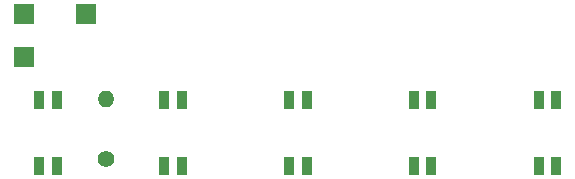
<source format=gbr>
%TF.GenerationSoftware,KiCad,Pcbnew,9.0.1*%
%TF.CreationDate,2025-07-31T19:05:46-04:00*%
%TF.ProjectId,droneled,64726f6e-656c-4656-942e-6b696361645f,rev?*%
%TF.SameCoordinates,Original*%
%TF.FileFunction,Soldermask,Bot*%
%TF.FilePolarity,Negative*%
%FSLAX46Y46*%
G04 Gerber Fmt 4.6, Leading zero omitted, Abs format (unit mm)*
G04 Created by KiCad (PCBNEW 9.0.1) date 2025-07-31 19:05:46*
%MOMM*%
%LPD*%
G01*
G04 APERTURE LIST*
%ADD10C,1.400000*%
%ADD11O,1.400000X1.400000*%
%ADD12R,1.700000X1.700000*%
%ADD13R,0.820000X1.500000*%
G04 APERTURE END LIST*
D10*
%TO.C,R1*%
X142990000Y-123730000D03*
D11*
X142990000Y-118650000D03*
%TD*%
D12*
%TO.C,J3*%
X141280000Y-111450000D03*
%TD*%
%TO.C,J2*%
X136000000Y-115050000D03*
%TD*%
%TO.C,J1*%
X136000000Y-111440000D03*
%TD*%
D13*
%TO.C,D2*%
X149372688Y-118670000D03*
X147872688Y-118670000D03*
X147872688Y-124270000D03*
X149372688Y-124270000D03*
%TD*%
%TO.C,D1*%
X138800250Y-118670000D03*
X137300250Y-118670000D03*
X137300250Y-124270000D03*
X138800250Y-124270000D03*
%TD*%
%TO.C,D4*%
X170517563Y-118670000D03*
X169017563Y-118670000D03*
X169017563Y-124270000D03*
X170517563Y-124270000D03*
%TD*%
%TO.C,D5*%
X181090000Y-118670000D03*
X179590000Y-118670000D03*
X179590000Y-124270000D03*
X181090000Y-124270000D03*
%TD*%
%TO.C,D3*%
X159945125Y-118670000D03*
X158445125Y-118670000D03*
X158445125Y-124270000D03*
X159945125Y-124270000D03*
%TD*%
M02*

</source>
